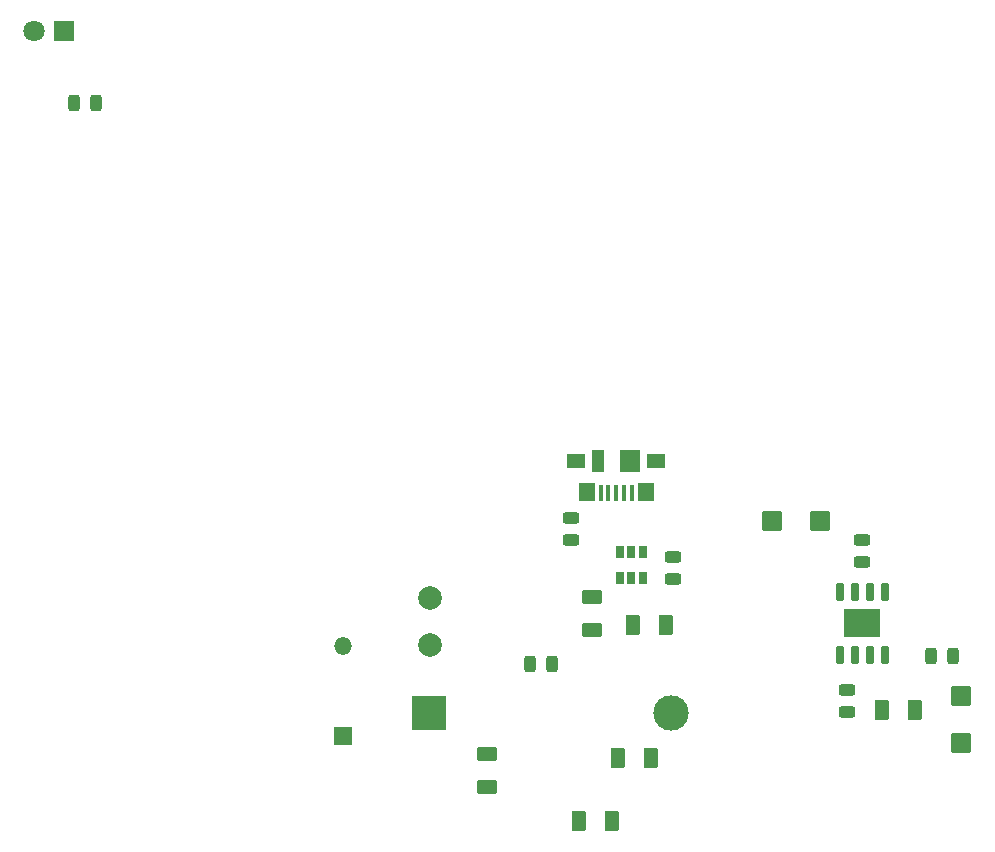
<source format=gbr>
%TF.GenerationSoftware,KiCad,Pcbnew,(5.99.0-11498-g1a301d8eea)*%
%TF.CreationDate,2021-09-08T01:16:22+03:00*%
%TF.ProjectId,f,662e6b69-6361-4645-9f70-636258585858,rev?*%
%TF.SameCoordinates,Original*%
%TF.FileFunction,Soldermask,Top*%
%TF.FilePolarity,Negative*%
%FSLAX46Y46*%
G04 Gerber Fmt 4.6, Leading zero omitted, Abs format (unit mm)*
G04 Created by KiCad (PCBNEW (5.99.0-11498-g1a301d8eea)) date 2021-09-08 01:16:22*
%MOMM*%
%LPD*%
G01*
G04 APERTURE LIST*
G04 Aperture macros list*
%AMRoundRect*
0 Rectangle with rounded corners*
0 $1 Rounding radius*
0 $2 $3 $4 $5 $6 $7 $8 $9 X,Y pos of 4 corners*
0 Add a 4 corners polygon primitive as box body*
4,1,4,$2,$3,$4,$5,$6,$7,$8,$9,$2,$3,0*
0 Add four circle primitives for the rounded corners*
1,1,$1+$1,$2,$3*
1,1,$1+$1,$4,$5*
1,1,$1+$1,$6,$7*
1,1,$1+$1,$8,$9*
0 Add four rect primitives between the rounded corners*
20,1,$1+$1,$2,$3,$4,$5,0*
20,1,$1+$1,$4,$5,$6,$7,0*
20,1,$1+$1,$6,$7,$8,$9,0*
20,1,$1+$1,$8,$9,$2,$3,0*%
G04 Aperture macros list end*
%ADD10C,3.000000*%
%ADD11R,3.000000X3.000000*%
%ADD12R,1.800000X1.800000*%
%ADD13C,1.800000*%
%ADD14RoundRect,0.250000X0.375000X0.625000X-0.375000X0.625000X-0.375000X-0.625000X0.375000X-0.625000X0*%
%ADD15R,1.500000X1.500000*%
%ADD16O,1.500000X1.500000*%
%ADD17RoundRect,0.243750X-0.243750X-0.456250X0.243750X-0.456250X0.243750X0.456250X-0.243750X0.456250X0*%
%ADD18RoundRect,0.250000X-0.375000X-0.625000X0.375000X-0.625000X0.375000X0.625000X-0.375000X0.625000X0*%
%ADD19RoundRect,0.243750X-0.456250X0.243750X-0.456250X-0.243750X0.456250X-0.243750X0.456250X0.243750X0*%
%ADD20RoundRect,0.243750X0.456250X-0.243750X0.456250X0.243750X-0.456250X0.243750X-0.456250X-0.243750X0*%
%ADD21RoundRect,0.250000X-0.600000X0.625000X-0.600000X-0.625000X0.600000X-0.625000X0.600000X0.625000X0*%
%ADD22RoundRect,0.243750X0.243750X0.456250X-0.243750X0.456250X-0.243750X-0.456250X0.243750X-0.456250X0*%
%ADD23RoundRect,0.250000X0.625000X0.600000X-0.625000X0.600000X-0.625000X-0.600000X0.625000X-0.600000X0*%
%ADD24R,0.450000X1.380000*%
%ADD25R,1.650000X1.300000*%
%ADD26R,1.000000X1.900000*%
%ADD27R,1.425000X1.550000*%
%ADD28R,1.800000X1.900000*%
%ADD29RoundRect,0.250000X-0.625000X0.375000X-0.625000X-0.375000X0.625000X-0.375000X0.625000X0.375000X0*%
%ADD30RoundRect,0.150000X0.150000X-0.650000X0.150000X0.650000X-0.150000X0.650000X-0.150000X-0.650000X0*%
%ADD31R,3.100000X2.410000*%
%ADD32C,2.000000*%
%ADD33R,0.650000X1.060000*%
G04 APERTURE END LIST*
D10*
%TO.C,BT1*%
X120946859Y-105768725D03*
D11*
X100456859Y-105768725D03*
%TD*%
D12*
%TO.C,D4*%
X69596000Y-48006000D03*
D13*
X67056000Y-48006000D03*
%TD*%
D14*
%TO.C,C3*%
X117726000Y-98298000D03*
X120526000Y-98298000D03*
%TD*%
D15*
%TO.C,D3*%
X93218000Y-107696000D03*
D16*
X93218000Y-100076000D03*
%TD*%
D17*
%TO.C,R6*%
X109044500Y-101600000D03*
X110919500Y-101600000D03*
%TD*%
D18*
%TO.C,C2*%
X116442939Y-109578725D03*
X119242939Y-109578725D03*
%TD*%
D19*
%TO.C,R4*%
X135876939Y-103815225D03*
X135876939Y-105690225D03*
%TD*%
D20*
%TO.C,R5*%
X121158000Y-94409500D03*
X121158000Y-92534500D03*
%TD*%
D21*
%TO.C,D1*%
X145528939Y-104258725D03*
X145528939Y-108308725D03*
%TD*%
D22*
%TO.C,R7*%
X72311500Y-54102000D03*
X70436500Y-54102000D03*
%TD*%
D14*
%TO.C,C4*%
X115940939Y-114912725D03*
X113140939Y-114912725D03*
%TD*%
D23*
%TO.C,D2*%
X133583939Y-89512725D03*
X129533939Y-89512725D03*
%TD*%
D24*
%TO.C,J1*%
X117618939Y-87070725D03*
X116968939Y-87070725D03*
X116318939Y-87070725D03*
X115668939Y-87070725D03*
X115018939Y-87070725D03*
D25*
X119693939Y-84410725D03*
D26*
X114768939Y-84410725D03*
D27*
X118806439Y-86985725D03*
D28*
X117468939Y-84410725D03*
D27*
X113831439Y-86985725D03*
D25*
X112943939Y-84410725D03*
%TD*%
D29*
%TO.C,C5*%
X114300000Y-95882000D03*
X114300000Y-98682000D03*
%TD*%
D22*
%TO.C,R1*%
X144863939Y-100942725D03*
X142988939Y-100942725D03*
%TD*%
D29*
%TO.C,C6*%
X105396939Y-109194725D03*
X105396939Y-111994725D03*
%TD*%
D30*
%TO.C,U2*%
X135241939Y-100798725D03*
X136511939Y-100798725D03*
X137781939Y-100798725D03*
X139051939Y-100798725D03*
X139051939Y-95498725D03*
X137781939Y-95498725D03*
X136511939Y-95498725D03*
X135241939Y-95498725D03*
D31*
X137146939Y-98148725D03*
%TD*%
D19*
%TO.C,R3*%
X137146939Y-91115225D03*
X137146939Y-92990225D03*
%TD*%
D32*
%TO.C,L1*%
X100584000Y-96012000D03*
X100584000Y-100012000D03*
%TD*%
D33*
%TO.C,U1*%
X116652000Y-94318000D03*
X117602000Y-94318000D03*
X118552000Y-94318000D03*
X118552000Y-92118000D03*
X117602000Y-92118000D03*
X116652000Y-92118000D03*
%TD*%
D14*
%TO.C,C1*%
X141594939Y-105514725D03*
X138794939Y-105514725D03*
%TD*%
D19*
%TO.C,R2*%
X112522000Y-89232500D03*
X112522000Y-91107500D03*
%TD*%
M02*

</source>
